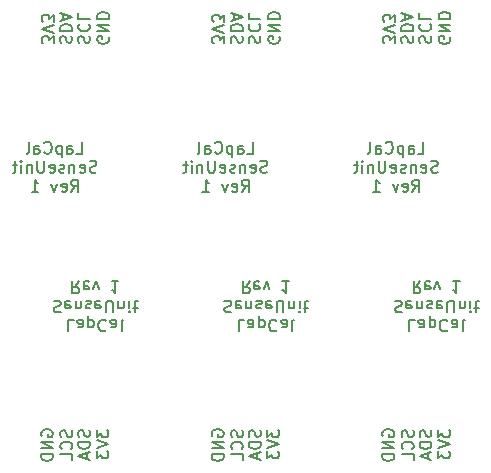
<source format=gbr>
%TF.GenerationSoftware,KiCad,Pcbnew,6.0.9-8da3e8f707~116~ubuntu20.04.1*%
%TF.CreationDate,2022-11-17T11:37:03+01:00*%
%TF.ProjectId,panel_sensor,70616e65-6c5f-4736-956e-736f722e6b69,rev?*%
%TF.SameCoordinates,Original*%
%TF.FileFunction,Legend,Bot*%
%TF.FilePolarity,Positive*%
%FSLAX46Y46*%
G04 Gerber Fmt 4.6, Leading zero omitted, Abs format (unit mm)*
G04 Created by KiCad (PCBNEW 6.0.9-8da3e8f707~116~ubuntu20.04.1) date 2022-11-17 11:37:03*
%MOMM*%
%LPD*%
G01*
G04 APERTURE LIST*
%ADD10C,0.150000*%
G04 APERTURE END LIST*
D10*
X28005238Y-19294285D02*
X27957619Y-19151428D01*
X27957619Y-18913333D01*
X28005238Y-18818095D01*
X28052857Y-18770476D01*
X28148095Y-18722857D01*
X28243333Y-18722857D01*
X28338571Y-18770476D01*
X28386190Y-18818095D01*
X28433809Y-18913333D01*
X28481428Y-19103809D01*
X28529047Y-19199047D01*
X28576666Y-19246666D01*
X28671904Y-19294285D01*
X28767142Y-19294285D01*
X28862380Y-19246666D01*
X28910000Y-19199047D01*
X28957619Y-19103809D01*
X28957619Y-18865714D01*
X28910000Y-18722857D01*
X27957619Y-18294285D02*
X28957619Y-18294285D01*
X28957619Y-18056190D01*
X28910000Y-17913333D01*
X28814761Y-17818095D01*
X28719523Y-17770476D01*
X28529047Y-17722857D01*
X28386190Y-17722857D01*
X28195714Y-17770476D01*
X28100476Y-17818095D01*
X28005238Y-17913333D01*
X27957619Y-18056190D01*
X27957619Y-18294285D01*
X28243333Y-17341904D02*
X28243333Y-16865714D01*
X27957619Y-17437142D02*
X28957619Y-17103809D01*
X27957619Y-16770476D01*
X42455238Y-19294285D02*
X42407619Y-19151428D01*
X42407619Y-18913333D01*
X42455238Y-18818095D01*
X42502857Y-18770476D01*
X42598095Y-18722857D01*
X42693333Y-18722857D01*
X42788571Y-18770476D01*
X42836190Y-18818095D01*
X42883809Y-18913333D01*
X42931428Y-19103809D01*
X42979047Y-19199047D01*
X43026666Y-19246666D01*
X43121904Y-19294285D01*
X43217142Y-19294285D01*
X43312380Y-19246666D01*
X43360000Y-19199047D01*
X43407619Y-19103809D01*
X43407619Y-18865714D01*
X43360000Y-18722857D01*
X42407619Y-18294285D02*
X43407619Y-18294285D01*
X43407619Y-18056190D01*
X43360000Y-17913333D01*
X43264761Y-17818095D01*
X43169523Y-17770476D01*
X42979047Y-17722857D01*
X42836190Y-17722857D01*
X42645714Y-17770476D01*
X42550476Y-17818095D01*
X42455238Y-17913333D01*
X42407619Y-18056190D01*
X42407619Y-18294285D01*
X42693333Y-17341904D02*
X42693333Y-16865714D01*
X42407619Y-17437142D02*
X43407619Y-17103809D01*
X42407619Y-16770476D01*
X56905238Y-19294285D02*
X56857619Y-19151428D01*
X56857619Y-18913333D01*
X56905238Y-18818095D01*
X56952857Y-18770476D01*
X57048095Y-18722857D01*
X57143333Y-18722857D01*
X57238571Y-18770476D01*
X57286190Y-18818095D01*
X57333809Y-18913333D01*
X57381428Y-19103809D01*
X57429047Y-19199047D01*
X57476666Y-19246666D01*
X57571904Y-19294285D01*
X57667142Y-19294285D01*
X57762380Y-19246666D01*
X57810000Y-19199047D01*
X57857619Y-19103809D01*
X57857619Y-18865714D01*
X57810000Y-18722857D01*
X56857619Y-18294285D02*
X57857619Y-18294285D01*
X57857619Y-18056190D01*
X57810000Y-17913333D01*
X57714761Y-17818095D01*
X57619523Y-17770476D01*
X57429047Y-17722857D01*
X57286190Y-17722857D01*
X57095714Y-17770476D01*
X57000476Y-17818095D01*
X56905238Y-17913333D01*
X56857619Y-18056190D01*
X56857619Y-18294285D01*
X57143333Y-17341904D02*
X57143333Y-16865714D01*
X56857619Y-17437142D02*
X57857619Y-17103809D01*
X56857619Y-16770476D01*
X30444761Y-52105714D02*
X30492380Y-52248571D01*
X30492380Y-52486666D01*
X30444761Y-52581904D01*
X30397142Y-52629523D01*
X30301904Y-52677142D01*
X30206666Y-52677142D01*
X30111428Y-52629523D01*
X30063809Y-52581904D01*
X30016190Y-52486666D01*
X29968571Y-52296190D01*
X29920952Y-52200952D01*
X29873333Y-52153333D01*
X29778095Y-52105714D01*
X29682857Y-52105714D01*
X29587619Y-52153333D01*
X29540000Y-52200952D01*
X29492380Y-52296190D01*
X29492380Y-52534285D01*
X29540000Y-52677142D01*
X30492380Y-53105714D02*
X29492380Y-53105714D01*
X29492380Y-53343809D01*
X29540000Y-53486666D01*
X29635238Y-53581904D01*
X29730476Y-53629523D01*
X29920952Y-53677142D01*
X30063809Y-53677142D01*
X30254285Y-53629523D01*
X30349523Y-53581904D01*
X30444761Y-53486666D01*
X30492380Y-53343809D01*
X30492380Y-53105714D01*
X30206666Y-54058095D02*
X30206666Y-54534285D01*
X30492380Y-53962857D02*
X29492380Y-54296190D01*
X30492380Y-54629523D01*
X44894761Y-52105714D02*
X44942380Y-52248571D01*
X44942380Y-52486666D01*
X44894761Y-52581904D01*
X44847142Y-52629523D01*
X44751904Y-52677142D01*
X44656666Y-52677142D01*
X44561428Y-52629523D01*
X44513809Y-52581904D01*
X44466190Y-52486666D01*
X44418571Y-52296190D01*
X44370952Y-52200952D01*
X44323333Y-52153333D01*
X44228095Y-52105714D01*
X44132857Y-52105714D01*
X44037619Y-52153333D01*
X43990000Y-52200952D01*
X43942380Y-52296190D01*
X43942380Y-52534285D01*
X43990000Y-52677142D01*
X44942380Y-53105714D02*
X43942380Y-53105714D01*
X43942380Y-53343809D01*
X43990000Y-53486666D01*
X44085238Y-53581904D01*
X44180476Y-53629523D01*
X44370952Y-53677142D01*
X44513809Y-53677142D01*
X44704285Y-53629523D01*
X44799523Y-53581904D01*
X44894761Y-53486666D01*
X44942380Y-53343809D01*
X44942380Y-53105714D01*
X44656666Y-54058095D02*
X44656666Y-54534285D01*
X44942380Y-53962857D02*
X43942380Y-54296190D01*
X44942380Y-54629523D01*
X59344761Y-52105714D02*
X59392380Y-52248571D01*
X59392380Y-52486666D01*
X59344761Y-52581904D01*
X59297142Y-52629523D01*
X59201904Y-52677142D01*
X59106666Y-52677142D01*
X59011428Y-52629523D01*
X58963809Y-52581904D01*
X58916190Y-52486666D01*
X58868571Y-52296190D01*
X58820952Y-52200952D01*
X58773333Y-52153333D01*
X58678095Y-52105714D01*
X58582857Y-52105714D01*
X58487619Y-52153333D01*
X58440000Y-52200952D01*
X58392380Y-52296190D01*
X58392380Y-52534285D01*
X58440000Y-52677142D01*
X59392380Y-53105714D02*
X58392380Y-53105714D01*
X58392380Y-53343809D01*
X58440000Y-53486666D01*
X58535238Y-53581904D01*
X58630476Y-53629523D01*
X58820952Y-53677142D01*
X58963809Y-53677142D01*
X59154285Y-53629523D01*
X59249523Y-53581904D01*
X59344761Y-53486666D01*
X59392380Y-53343809D01*
X59392380Y-53105714D01*
X59106666Y-54058095D02*
X59106666Y-54534285D01*
X59392380Y-53962857D02*
X58392380Y-54296190D01*
X59392380Y-54629523D01*
X29339523Y-28672380D02*
X29815714Y-28672380D01*
X29815714Y-27672380D01*
X28577619Y-28672380D02*
X28577619Y-28148571D01*
X28625238Y-28053333D01*
X28720476Y-28005714D01*
X28910952Y-28005714D01*
X29006190Y-28053333D01*
X28577619Y-28624761D02*
X28672857Y-28672380D01*
X28910952Y-28672380D01*
X29006190Y-28624761D01*
X29053809Y-28529523D01*
X29053809Y-28434285D01*
X29006190Y-28339047D01*
X28910952Y-28291428D01*
X28672857Y-28291428D01*
X28577619Y-28243809D01*
X28101428Y-28005714D02*
X28101428Y-29005714D01*
X28101428Y-28053333D02*
X28006190Y-28005714D01*
X27815714Y-28005714D01*
X27720476Y-28053333D01*
X27672857Y-28100952D01*
X27625238Y-28196190D01*
X27625238Y-28481904D01*
X27672857Y-28577142D01*
X27720476Y-28624761D01*
X27815714Y-28672380D01*
X28006190Y-28672380D01*
X28101428Y-28624761D01*
X26625238Y-28577142D02*
X26672857Y-28624761D01*
X26815714Y-28672380D01*
X26910952Y-28672380D01*
X27053809Y-28624761D01*
X27149047Y-28529523D01*
X27196666Y-28434285D01*
X27244285Y-28243809D01*
X27244285Y-28100952D01*
X27196666Y-27910476D01*
X27149047Y-27815238D01*
X27053809Y-27720000D01*
X26910952Y-27672380D01*
X26815714Y-27672380D01*
X26672857Y-27720000D01*
X26625238Y-27767619D01*
X25768095Y-28672380D02*
X25768095Y-28148571D01*
X25815714Y-28053333D01*
X25910952Y-28005714D01*
X26101428Y-28005714D01*
X26196666Y-28053333D01*
X25768095Y-28624761D02*
X25863333Y-28672380D01*
X26101428Y-28672380D01*
X26196666Y-28624761D01*
X26244285Y-28529523D01*
X26244285Y-28434285D01*
X26196666Y-28339047D01*
X26101428Y-28291428D01*
X25863333Y-28291428D01*
X25768095Y-28243809D01*
X25149047Y-28672380D02*
X25244285Y-28624761D01*
X25291904Y-28529523D01*
X25291904Y-27672380D01*
X31030000Y-30234761D02*
X30887142Y-30282380D01*
X30649047Y-30282380D01*
X30553809Y-30234761D01*
X30506190Y-30187142D01*
X30458571Y-30091904D01*
X30458571Y-29996666D01*
X30506190Y-29901428D01*
X30553809Y-29853809D01*
X30649047Y-29806190D01*
X30839523Y-29758571D01*
X30934761Y-29710952D01*
X30982380Y-29663333D01*
X31030000Y-29568095D01*
X31030000Y-29472857D01*
X30982380Y-29377619D01*
X30934761Y-29330000D01*
X30839523Y-29282380D01*
X30601428Y-29282380D01*
X30458571Y-29330000D01*
X29649047Y-30234761D02*
X29744285Y-30282380D01*
X29934761Y-30282380D01*
X30030000Y-30234761D01*
X30077619Y-30139523D01*
X30077619Y-29758571D01*
X30030000Y-29663333D01*
X29934761Y-29615714D01*
X29744285Y-29615714D01*
X29649047Y-29663333D01*
X29601428Y-29758571D01*
X29601428Y-29853809D01*
X30077619Y-29949047D01*
X29172857Y-29615714D02*
X29172857Y-30282380D01*
X29172857Y-29710952D02*
X29125238Y-29663333D01*
X29030000Y-29615714D01*
X28887142Y-29615714D01*
X28791904Y-29663333D01*
X28744285Y-29758571D01*
X28744285Y-30282380D01*
X28315714Y-30234761D02*
X28220476Y-30282380D01*
X28030000Y-30282380D01*
X27934761Y-30234761D01*
X27887142Y-30139523D01*
X27887142Y-30091904D01*
X27934761Y-29996666D01*
X28030000Y-29949047D01*
X28172857Y-29949047D01*
X28268095Y-29901428D01*
X28315714Y-29806190D01*
X28315714Y-29758571D01*
X28268095Y-29663333D01*
X28172857Y-29615714D01*
X28030000Y-29615714D01*
X27934761Y-29663333D01*
X27077619Y-30234761D02*
X27172857Y-30282380D01*
X27363333Y-30282380D01*
X27458571Y-30234761D01*
X27506190Y-30139523D01*
X27506190Y-29758571D01*
X27458571Y-29663333D01*
X27363333Y-29615714D01*
X27172857Y-29615714D01*
X27077619Y-29663333D01*
X27030000Y-29758571D01*
X27030000Y-29853809D01*
X27506190Y-29949047D01*
X26601428Y-29282380D02*
X26601428Y-30091904D01*
X26553809Y-30187142D01*
X26506190Y-30234761D01*
X26410952Y-30282380D01*
X26220476Y-30282380D01*
X26125238Y-30234761D01*
X26077619Y-30187142D01*
X26030000Y-30091904D01*
X26030000Y-29282380D01*
X25553809Y-29615714D02*
X25553809Y-30282380D01*
X25553809Y-29710952D02*
X25506190Y-29663333D01*
X25410952Y-29615714D01*
X25268095Y-29615714D01*
X25172857Y-29663333D01*
X25125238Y-29758571D01*
X25125238Y-30282380D01*
X24649047Y-30282380D02*
X24649047Y-29615714D01*
X24649047Y-29282380D02*
X24696666Y-29330000D01*
X24649047Y-29377619D01*
X24601428Y-29330000D01*
X24649047Y-29282380D01*
X24649047Y-29377619D01*
X24315714Y-29615714D02*
X23934761Y-29615714D01*
X24172857Y-29282380D02*
X24172857Y-30139523D01*
X24125238Y-30234761D01*
X24030000Y-30282380D01*
X23934761Y-30282380D01*
X28887142Y-31892380D02*
X29220476Y-31416190D01*
X29458571Y-31892380D02*
X29458571Y-30892380D01*
X29077619Y-30892380D01*
X28982380Y-30940000D01*
X28934761Y-30987619D01*
X28887142Y-31082857D01*
X28887142Y-31225714D01*
X28934761Y-31320952D01*
X28982380Y-31368571D01*
X29077619Y-31416190D01*
X29458571Y-31416190D01*
X28077619Y-31844761D02*
X28172857Y-31892380D01*
X28363333Y-31892380D01*
X28458571Y-31844761D01*
X28506190Y-31749523D01*
X28506190Y-31368571D01*
X28458571Y-31273333D01*
X28363333Y-31225714D01*
X28172857Y-31225714D01*
X28077619Y-31273333D01*
X28030000Y-31368571D01*
X28030000Y-31463809D01*
X28506190Y-31559047D01*
X27696666Y-31225714D02*
X27458571Y-31892380D01*
X27220476Y-31225714D01*
X25553809Y-31892380D02*
X26125238Y-31892380D01*
X25839523Y-31892380D02*
X25839523Y-30892380D01*
X25934761Y-31035238D01*
X26030000Y-31130476D01*
X26125238Y-31178095D01*
X43789523Y-28672380D02*
X44265714Y-28672380D01*
X44265714Y-27672380D01*
X43027619Y-28672380D02*
X43027619Y-28148571D01*
X43075238Y-28053333D01*
X43170476Y-28005714D01*
X43360952Y-28005714D01*
X43456190Y-28053333D01*
X43027619Y-28624761D02*
X43122857Y-28672380D01*
X43360952Y-28672380D01*
X43456190Y-28624761D01*
X43503809Y-28529523D01*
X43503809Y-28434285D01*
X43456190Y-28339047D01*
X43360952Y-28291428D01*
X43122857Y-28291428D01*
X43027619Y-28243809D01*
X42551428Y-28005714D02*
X42551428Y-29005714D01*
X42551428Y-28053333D02*
X42456190Y-28005714D01*
X42265714Y-28005714D01*
X42170476Y-28053333D01*
X42122857Y-28100952D01*
X42075238Y-28196190D01*
X42075238Y-28481904D01*
X42122857Y-28577142D01*
X42170476Y-28624761D01*
X42265714Y-28672380D01*
X42456190Y-28672380D01*
X42551428Y-28624761D01*
X41075238Y-28577142D02*
X41122857Y-28624761D01*
X41265714Y-28672380D01*
X41360952Y-28672380D01*
X41503809Y-28624761D01*
X41599047Y-28529523D01*
X41646666Y-28434285D01*
X41694285Y-28243809D01*
X41694285Y-28100952D01*
X41646666Y-27910476D01*
X41599047Y-27815238D01*
X41503809Y-27720000D01*
X41360952Y-27672380D01*
X41265714Y-27672380D01*
X41122857Y-27720000D01*
X41075238Y-27767619D01*
X40218095Y-28672380D02*
X40218095Y-28148571D01*
X40265714Y-28053333D01*
X40360952Y-28005714D01*
X40551428Y-28005714D01*
X40646666Y-28053333D01*
X40218095Y-28624761D02*
X40313333Y-28672380D01*
X40551428Y-28672380D01*
X40646666Y-28624761D01*
X40694285Y-28529523D01*
X40694285Y-28434285D01*
X40646666Y-28339047D01*
X40551428Y-28291428D01*
X40313333Y-28291428D01*
X40218095Y-28243809D01*
X39599047Y-28672380D02*
X39694285Y-28624761D01*
X39741904Y-28529523D01*
X39741904Y-27672380D01*
X45480000Y-30234761D02*
X45337142Y-30282380D01*
X45099047Y-30282380D01*
X45003809Y-30234761D01*
X44956190Y-30187142D01*
X44908571Y-30091904D01*
X44908571Y-29996666D01*
X44956190Y-29901428D01*
X45003809Y-29853809D01*
X45099047Y-29806190D01*
X45289523Y-29758571D01*
X45384761Y-29710952D01*
X45432380Y-29663333D01*
X45480000Y-29568095D01*
X45480000Y-29472857D01*
X45432380Y-29377619D01*
X45384761Y-29330000D01*
X45289523Y-29282380D01*
X45051428Y-29282380D01*
X44908571Y-29330000D01*
X44099047Y-30234761D02*
X44194285Y-30282380D01*
X44384761Y-30282380D01*
X44480000Y-30234761D01*
X44527619Y-30139523D01*
X44527619Y-29758571D01*
X44480000Y-29663333D01*
X44384761Y-29615714D01*
X44194285Y-29615714D01*
X44099047Y-29663333D01*
X44051428Y-29758571D01*
X44051428Y-29853809D01*
X44527619Y-29949047D01*
X43622857Y-29615714D02*
X43622857Y-30282380D01*
X43622857Y-29710952D02*
X43575238Y-29663333D01*
X43480000Y-29615714D01*
X43337142Y-29615714D01*
X43241904Y-29663333D01*
X43194285Y-29758571D01*
X43194285Y-30282380D01*
X42765714Y-30234761D02*
X42670476Y-30282380D01*
X42480000Y-30282380D01*
X42384761Y-30234761D01*
X42337142Y-30139523D01*
X42337142Y-30091904D01*
X42384761Y-29996666D01*
X42480000Y-29949047D01*
X42622857Y-29949047D01*
X42718095Y-29901428D01*
X42765714Y-29806190D01*
X42765714Y-29758571D01*
X42718095Y-29663333D01*
X42622857Y-29615714D01*
X42480000Y-29615714D01*
X42384761Y-29663333D01*
X41527619Y-30234761D02*
X41622857Y-30282380D01*
X41813333Y-30282380D01*
X41908571Y-30234761D01*
X41956190Y-30139523D01*
X41956190Y-29758571D01*
X41908571Y-29663333D01*
X41813333Y-29615714D01*
X41622857Y-29615714D01*
X41527619Y-29663333D01*
X41480000Y-29758571D01*
X41480000Y-29853809D01*
X41956190Y-29949047D01*
X41051428Y-29282380D02*
X41051428Y-30091904D01*
X41003809Y-30187142D01*
X40956190Y-30234761D01*
X40860952Y-30282380D01*
X40670476Y-30282380D01*
X40575238Y-30234761D01*
X40527619Y-30187142D01*
X40480000Y-30091904D01*
X40480000Y-29282380D01*
X40003809Y-29615714D02*
X40003809Y-30282380D01*
X40003809Y-29710952D02*
X39956190Y-29663333D01*
X39860952Y-29615714D01*
X39718095Y-29615714D01*
X39622857Y-29663333D01*
X39575238Y-29758571D01*
X39575238Y-30282380D01*
X39099047Y-30282380D02*
X39099047Y-29615714D01*
X39099047Y-29282380D02*
X39146666Y-29330000D01*
X39099047Y-29377619D01*
X39051428Y-29330000D01*
X39099047Y-29282380D01*
X39099047Y-29377619D01*
X38765714Y-29615714D02*
X38384761Y-29615714D01*
X38622857Y-29282380D02*
X38622857Y-30139523D01*
X38575238Y-30234761D01*
X38480000Y-30282380D01*
X38384761Y-30282380D01*
X43337142Y-31892380D02*
X43670476Y-31416190D01*
X43908571Y-31892380D02*
X43908571Y-30892380D01*
X43527619Y-30892380D01*
X43432380Y-30940000D01*
X43384761Y-30987619D01*
X43337142Y-31082857D01*
X43337142Y-31225714D01*
X43384761Y-31320952D01*
X43432380Y-31368571D01*
X43527619Y-31416190D01*
X43908571Y-31416190D01*
X42527619Y-31844761D02*
X42622857Y-31892380D01*
X42813333Y-31892380D01*
X42908571Y-31844761D01*
X42956190Y-31749523D01*
X42956190Y-31368571D01*
X42908571Y-31273333D01*
X42813333Y-31225714D01*
X42622857Y-31225714D01*
X42527619Y-31273333D01*
X42480000Y-31368571D01*
X42480000Y-31463809D01*
X42956190Y-31559047D01*
X42146666Y-31225714D02*
X41908571Y-31892380D01*
X41670476Y-31225714D01*
X40003809Y-31892380D02*
X40575238Y-31892380D01*
X40289523Y-31892380D02*
X40289523Y-30892380D01*
X40384761Y-31035238D01*
X40480000Y-31130476D01*
X40575238Y-31178095D01*
X58239523Y-28672380D02*
X58715714Y-28672380D01*
X58715714Y-27672380D01*
X57477619Y-28672380D02*
X57477619Y-28148571D01*
X57525238Y-28053333D01*
X57620476Y-28005714D01*
X57810952Y-28005714D01*
X57906190Y-28053333D01*
X57477619Y-28624761D02*
X57572857Y-28672380D01*
X57810952Y-28672380D01*
X57906190Y-28624761D01*
X57953809Y-28529523D01*
X57953809Y-28434285D01*
X57906190Y-28339047D01*
X57810952Y-28291428D01*
X57572857Y-28291428D01*
X57477619Y-28243809D01*
X57001428Y-28005714D02*
X57001428Y-29005714D01*
X57001428Y-28053333D02*
X56906190Y-28005714D01*
X56715714Y-28005714D01*
X56620476Y-28053333D01*
X56572857Y-28100952D01*
X56525238Y-28196190D01*
X56525238Y-28481904D01*
X56572857Y-28577142D01*
X56620476Y-28624761D01*
X56715714Y-28672380D01*
X56906190Y-28672380D01*
X57001428Y-28624761D01*
X55525238Y-28577142D02*
X55572857Y-28624761D01*
X55715714Y-28672380D01*
X55810952Y-28672380D01*
X55953809Y-28624761D01*
X56049047Y-28529523D01*
X56096666Y-28434285D01*
X56144285Y-28243809D01*
X56144285Y-28100952D01*
X56096666Y-27910476D01*
X56049047Y-27815238D01*
X55953809Y-27720000D01*
X55810952Y-27672380D01*
X55715714Y-27672380D01*
X55572857Y-27720000D01*
X55525238Y-27767619D01*
X54668095Y-28672380D02*
X54668095Y-28148571D01*
X54715714Y-28053333D01*
X54810952Y-28005714D01*
X55001428Y-28005714D01*
X55096666Y-28053333D01*
X54668095Y-28624761D02*
X54763333Y-28672380D01*
X55001428Y-28672380D01*
X55096666Y-28624761D01*
X55144285Y-28529523D01*
X55144285Y-28434285D01*
X55096666Y-28339047D01*
X55001428Y-28291428D01*
X54763333Y-28291428D01*
X54668095Y-28243809D01*
X54049047Y-28672380D02*
X54144285Y-28624761D01*
X54191904Y-28529523D01*
X54191904Y-27672380D01*
X59930000Y-30234761D02*
X59787142Y-30282380D01*
X59549047Y-30282380D01*
X59453809Y-30234761D01*
X59406190Y-30187142D01*
X59358571Y-30091904D01*
X59358571Y-29996666D01*
X59406190Y-29901428D01*
X59453809Y-29853809D01*
X59549047Y-29806190D01*
X59739523Y-29758571D01*
X59834761Y-29710952D01*
X59882380Y-29663333D01*
X59930000Y-29568095D01*
X59930000Y-29472857D01*
X59882380Y-29377619D01*
X59834761Y-29330000D01*
X59739523Y-29282380D01*
X59501428Y-29282380D01*
X59358571Y-29330000D01*
X58549047Y-30234761D02*
X58644285Y-30282380D01*
X58834761Y-30282380D01*
X58930000Y-30234761D01*
X58977619Y-30139523D01*
X58977619Y-29758571D01*
X58930000Y-29663333D01*
X58834761Y-29615714D01*
X58644285Y-29615714D01*
X58549047Y-29663333D01*
X58501428Y-29758571D01*
X58501428Y-29853809D01*
X58977619Y-29949047D01*
X58072857Y-29615714D02*
X58072857Y-30282380D01*
X58072857Y-29710952D02*
X58025238Y-29663333D01*
X57930000Y-29615714D01*
X57787142Y-29615714D01*
X57691904Y-29663333D01*
X57644285Y-29758571D01*
X57644285Y-30282380D01*
X57215714Y-30234761D02*
X57120476Y-30282380D01*
X56930000Y-30282380D01*
X56834761Y-30234761D01*
X56787142Y-30139523D01*
X56787142Y-30091904D01*
X56834761Y-29996666D01*
X56930000Y-29949047D01*
X57072857Y-29949047D01*
X57168095Y-29901428D01*
X57215714Y-29806190D01*
X57215714Y-29758571D01*
X57168095Y-29663333D01*
X57072857Y-29615714D01*
X56930000Y-29615714D01*
X56834761Y-29663333D01*
X55977619Y-30234761D02*
X56072857Y-30282380D01*
X56263333Y-30282380D01*
X56358571Y-30234761D01*
X56406190Y-30139523D01*
X56406190Y-29758571D01*
X56358571Y-29663333D01*
X56263333Y-29615714D01*
X56072857Y-29615714D01*
X55977619Y-29663333D01*
X55930000Y-29758571D01*
X55930000Y-29853809D01*
X56406190Y-29949047D01*
X55501428Y-29282380D02*
X55501428Y-30091904D01*
X55453809Y-30187142D01*
X55406190Y-30234761D01*
X55310952Y-30282380D01*
X55120476Y-30282380D01*
X55025238Y-30234761D01*
X54977619Y-30187142D01*
X54930000Y-30091904D01*
X54930000Y-29282380D01*
X54453809Y-29615714D02*
X54453809Y-30282380D01*
X54453809Y-29710952D02*
X54406190Y-29663333D01*
X54310952Y-29615714D01*
X54168095Y-29615714D01*
X54072857Y-29663333D01*
X54025238Y-29758571D01*
X54025238Y-30282380D01*
X53549047Y-30282380D02*
X53549047Y-29615714D01*
X53549047Y-29282380D02*
X53596666Y-29330000D01*
X53549047Y-29377619D01*
X53501428Y-29330000D01*
X53549047Y-29282380D01*
X53549047Y-29377619D01*
X53215714Y-29615714D02*
X52834761Y-29615714D01*
X53072857Y-29282380D02*
X53072857Y-30139523D01*
X53025238Y-30234761D01*
X52930000Y-30282380D01*
X52834761Y-30282380D01*
X57787142Y-31892380D02*
X58120476Y-31416190D01*
X58358571Y-31892380D02*
X58358571Y-30892380D01*
X57977619Y-30892380D01*
X57882380Y-30940000D01*
X57834761Y-30987619D01*
X57787142Y-31082857D01*
X57787142Y-31225714D01*
X57834761Y-31320952D01*
X57882380Y-31368571D01*
X57977619Y-31416190D01*
X58358571Y-31416190D01*
X56977619Y-31844761D02*
X57072857Y-31892380D01*
X57263333Y-31892380D01*
X57358571Y-31844761D01*
X57406190Y-31749523D01*
X57406190Y-31368571D01*
X57358571Y-31273333D01*
X57263333Y-31225714D01*
X57072857Y-31225714D01*
X56977619Y-31273333D01*
X56930000Y-31368571D01*
X56930000Y-31463809D01*
X57406190Y-31559047D01*
X56596666Y-31225714D02*
X56358571Y-31892380D01*
X56120476Y-31225714D01*
X54453809Y-31892380D02*
X55025238Y-31892380D01*
X54739523Y-31892380D02*
X54739523Y-30892380D01*
X54834761Y-31035238D01*
X54930000Y-31130476D01*
X55025238Y-31178095D01*
X29110476Y-42727619D02*
X28634285Y-42727619D01*
X28634285Y-43727619D01*
X29872380Y-42727619D02*
X29872380Y-43251428D01*
X29824761Y-43346666D01*
X29729523Y-43394285D01*
X29539047Y-43394285D01*
X29443809Y-43346666D01*
X29872380Y-42775238D02*
X29777142Y-42727619D01*
X29539047Y-42727619D01*
X29443809Y-42775238D01*
X29396190Y-42870476D01*
X29396190Y-42965714D01*
X29443809Y-43060952D01*
X29539047Y-43108571D01*
X29777142Y-43108571D01*
X29872380Y-43156190D01*
X30348571Y-43394285D02*
X30348571Y-42394285D01*
X30348571Y-43346666D02*
X30443809Y-43394285D01*
X30634285Y-43394285D01*
X30729523Y-43346666D01*
X30777142Y-43299047D01*
X30824761Y-43203809D01*
X30824761Y-42918095D01*
X30777142Y-42822857D01*
X30729523Y-42775238D01*
X30634285Y-42727619D01*
X30443809Y-42727619D01*
X30348571Y-42775238D01*
X31824761Y-42822857D02*
X31777142Y-42775238D01*
X31634285Y-42727619D01*
X31539047Y-42727619D01*
X31396190Y-42775238D01*
X31300952Y-42870476D01*
X31253333Y-42965714D01*
X31205714Y-43156190D01*
X31205714Y-43299047D01*
X31253333Y-43489523D01*
X31300952Y-43584761D01*
X31396190Y-43680000D01*
X31539047Y-43727619D01*
X31634285Y-43727619D01*
X31777142Y-43680000D01*
X31824761Y-43632380D01*
X32681904Y-42727619D02*
X32681904Y-43251428D01*
X32634285Y-43346666D01*
X32539047Y-43394285D01*
X32348571Y-43394285D01*
X32253333Y-43346666D01*
X32681904Y-42775238D02*
X32586666Y-42727619D01*
X32348571Y-42727619D01*
X32253333Y-42775238D01*
X32205714Y-42870476D01*
X32205714Y-42965714D01*
X32253333Y-43060952D01*
X32348571Y-43108571D01*
X32586666Y-43108571D01*
X32681904Y-43156190D01*
X33300952Y-42727619D02*
X33205714Y-42775238D01*
X33158095Y-42870476D01*
X33158095Y-43727619D01*
X27420000Y-41165238D02*
X27562857Y-41117619D01*
X27800952Y-41117619D01*
X27896190Y-41165238D01*
X27943809Y-41212857D01*
X27991428Y-41308095D01*
X27991428Y-41403333D01*
X27943809Y-41498571D01*
X27896190Y-41546190D01*
X27800952Y-41593809D01*
X27610476Y-41641428D01*
X27515238Y-41689047D01*
X27467619Y-41736666D01*
X27420000Y-41831904D01*
X27420000Y-41927142D01*
X27467619Y-42022380D01*
X27515238Y-42070000D01*
X27610476Y-42117619D01*
X27848571Y-42117619D01*
X27991428Y-42070000D01*
X28800952Y-41165238D02*
X28705714Y-41117619D01*
X28515238Y-41117619D01*
X28420000Y-41165238D01*
X28372380Y-41260476D01*
X28372380Y-41641428D01*
X28420000Y-41736666D01*
X28515238Y-41784285D01*
X28705714Y-41784285D01*
X28800952Y-41736666D01*
X28848571Y-41641428D01*
X28848571Y-41546190D01*
X28372380Y-41450952D01*
X29277142Y-41784285D02*
X29277142Y-41117619D01*
X29277142Y-41689047D02*
X29324761Y-41736666D01*
X29420000Y-41784285D01*
X29562857Y-41784285D01*
X29658095Y-41736666D01*
X29705714Y-41641428D01*
X29705714Y-41117619D01*
X30134285Y-41165238D02*
X30229523Y-41117619D01*
X30420000Y-41117619D01*
X30515238Y-41165238D01*
X30562857Y-41260476D01*
X30562857Y-41308095D01*
X30515238Y-41403333D01*
X30420000Y-41450952D01*
X30277142Y-41450952D01*
X30181904Y-41498571D01*
X30134285Y-41593809D01*
X30134285Y-41641428D01*
X30181904Y-41736666D01*
X30277142Y-41784285D01*
X30420000Y-41784285D01*
X30515238Y-41736666D01*
X31372380Y-41165238D02*
X31277142Y-41117619D01*
X31086666Y-41117619D01*
X30991428Y-41165238D01*
X30943809Y-41260476D01*
X30943809Y-41641428D01*
X30991428Y-41736666D01*
X31086666Y-41784285D01*
X31277142Y-41784285D01*
X31372380Y-41736666D01*
X31420000Y-41641428D01*
X31420000Y-41546190D01*
X30943809Y-41450952D01*
X31848571Y-42117619D02*
X31848571Y-41308095D01*
X31896190Y-41212857D01*
X31943809Y-41165238D01*
X32039047Y-41117619D01*
X32229523Y-41117619D01*
X32324761Y-41165238D01*
X32372380Y-41212857D01*
X32420000Y-41308095D01*
X32420000Y-42117619D01*
X32896190Y-41784285D02*
X32896190Y-41117619D01*
X32896190Y-41689047D02*
X32943809Y-41736666D01*
X33039047Y-41784285D01*
X33181904Y-41784285D01*
X33277142Y-41736666D01*
X33324761Y-41641428D01*
X33324761Y-41117619D01*
X33800952Y-41117619D02*
X33800952Y-41784285D01*
X33800952Y-42117619D02*
X33753333Y-42070000D01*
X33800952Y-42022380D01*
X33848571Y-42070000D01*
X33800952Y-42117619D01*
X33800952Y-42022380D01*
X34134285Y-41784285D02*
X34515238Y-41784285D01*
X34277142Y-42117619D02*
X34277142Y-41260476D01*
X34324761Y-41165238D01*
X34420000Y-41117619D01*
X34515238Y-41117619D01*
X29562857Y-39507619D02*
X29229523Y-39983809D01*
X28991428Y-39507619D02*
X28991428Y-40507619D01*
X29372380Y-40507619D01*
X29467619Y-40460000D01*
X29515238Y-40412380D01*
X29562857Y-40317142D01*
X29562857Y-40174285D01*
X29515238Y-40079047D01*
X29467619Y-40031428D01*
X29372380Y-39983809D01*
X28991428Y-39983809D01*
X30372380Y-39555238D02*
X30277142Y-39507619D01*
X30086666Y-39507619D01*
X29991428Y-39555238D01*
X29943809Y-39650476D01*
X29943809Y-40031428D01*
X29991428Y-40126666D01*
X30086666Y-40174285D01*
X30277142Y-40174285D01*
X30372380Y-40126666D01*
X30420000Y-40031428D01*
X30420000Y-39936190D01*
X29943809Y-39840952D01*
X30753333Y-40174285D02*
X30991428Y-39507619D01*
X31229523Y-40174285D01*
X32896190Y-39507619D02*
X32324761Y-39507619D01*
X32610476Y-39507619D02*
X32610476Y-40507619D01*
X32515238Y-40364761D01*
X32420000Y-40269523D01*
X32324761Y-40221904D01*
X43560476Y-42727619D02*
X43084285Y-42727619D01*
X43084285Y-43727619D01*
X44322380Y-42727619D02*
X44322380Y-43251428D01*
X44274761Y-43346666D01*
X44179523Y-43394285D01*
X43989047Y-43394285D01*
X43893809Y-43346666D01*
X44322380Y-42775238D02*
X44227142Y-42727619D01*
X43989047Y-42727619D01*
X43893809Y-42775238D01*
X43846190Y-42870476D01*
X43846190Y-42965714D01*
X43893809Y-43060952D01*
X43989047Y-43108571D01*
X44227142Y-43108571D01*
X44322380Y-43156190D01*
X44798571Y-43394285D02*
X44798571Y-42394285D01*
X44798571Y-43346666D02*
X44893809Y-43394285D01*
X45084285Y-43394285D01*
X45179523Y-43346666D01*
X45227142Y-43299047D01*
X45274761Y-43203809D01*
X45274761Y-42918095D01*
X45227142Y-42822857D01*
X45179523Y-42775238D01*
X45084285Y-42727619D01*
X44893809Y-42727619D01*
X44798571Y-42775238D01*
X46274761Y-42822857D02*
X46227142Y-42775238D01*
X46084285Y-42727619D01*
X45989047Y-42727619D01*
X45846190Y-42775238D01*
X45750952Y-42870476D01*
X45703333Y-42965714D01*
X45655714Y-43156190D01*
X45655714Y-43299047D01*
X45703333Y-43489523D01*
X45750952Y-43584761D01*
X45846190Y-43680000D01*
X45989047Y-43727619D01*
X46084285Y-43727619D01*
X46227142Y-43680000D01*
X46274761Y-43632380D01*
X47131904Y-42727619D02*
X47131904Y-43251428D01*
X47084285Y-43346666D01*
X46989047Y-43394285D01*
X46798571Y-43394285D01*
X46703333Y-43346666D01*
X47131904Y-42775238D02*
X47036666Y-42727619D01*
X46798571Y-42727619D01*
X46703333Y-42775238D01*
X46655714Y-42870476D01*
X46655714Y-42965714D01*
X46703333Y-43060952D01*
X46798571Y-43108571D01*
X47036666Y-43108571D01*
X47131904Y-43156190D01*
X47750952Y-42727619D02*
X47655714Y-42775238D01*
X47608095Y-42870476D01*
X47608095Y-43727619D01*
X41870000Y-41165238D02*
X42012857Y-41117619D01*
X42250952Y-41117619D01*
X42346190Y-41165238D01*
X42393809Y-41212857D01*
X42441428Y-41308095D01*
X42441428Y-41403333D01*
X42393809Y-41498571D01*
X42346190Y-41546190D01*
X42250952Y-41593809D01*
X42060476Y-41641428D01*
X41965238Y-41689047D01*
X41917619Y-41736666D01*
X41870000Y-41831904D01*
X41870000Y-41927142D01*
X41917619Y-42022380D01*
X41965238Y-42070000D01*
X42060476Y-42117619D01*
X42298571Y-42117619D01*
X42441428Y-42070000D01*
X43250952Y-41165238D02*
X43155714Y-41117619D01*
X42965238Y-41117619D01*
X42870000Y-41165238D01*
X42822380Y-41260476D01*
X42822380Y-41641428D01*
X42870000Y-41736666D01*
X42965238Y-41784285D01*
X43155714Y-41784285D01*
X43250952Y-41736666D01*
X43298571Y-41641428D01*
X43298571Y-41546190D01*
X42822380Y-41450952D01*
X43727142Y-41784285D02*
X43727142Y-41117619D01*
X43727142Y-41689047D02*
X43774761Y-41736666D01*
X43870000Y-41784285D01*
X44012857Y-41784285D01*
X44108095Y-41736666D01*
X44155714Y-41641428D01*
X44155714Y-41117619D01*
X44584285Y-41165238D02*
X44679523Y-41117619D01*
X44870000Y-41117619D01*
X44965238Y-41165238D01*
X45012857Y-41260476D01*
X45012857Y-41308095D01*
X44965238Y-41403333D01*
X44870000Y-41450952D01*
X44727142Y-41450952D01*
X44631904Y-41498571D01*
X44584285Y-41593809D01*
X44584285Y-41641428D01*
X44631904Y-41736666D01*
X44727142Y-41784285D01*
X44870000Y-41784285D01*
X44965238Y-41736666D01*
X45822380Y-41165238D02*
X45727142Y-41117619D01*
X45536666Y-41117619D01*
X45441428Y-41165238D01*
X45393809Y-41260476D01*
X45393809Y-41641428D01*
X45441428Y-41736666D01*
X45536666Y-41784285D01*
X45727142Y-41784285D01*
X45822380Y-41736666D01*
X45870000Y-41641428D01*
X45870000Y-41546190D01*
X45393809Y-41450952D01*
X46298571Y-42117619D02*
X46298571Y-41308095D01*
X46346190Y-41212857D01*
X46393809Y-41165238D01*
X46489047Y-41117619D01*
X46679523Y-41117619D01*
X46774761Y-41165238D01*
X46822380Y-41212857D01*
X46870000Y-41308095D01*
X46870000Y-42117619D01*
X47346190Y-41784285D02*
X47346190Y-41117619D01*
X47346190Y-41689047D02*
X47393809Y-41736666D01*
X47489047Y-41784285D01*
X47631904Y-41784285D01*
X47727142Y-41736666D01*
X47774761Y-41641428D01*
X47774761Y-41117619D01*
X48250952Y-41117619D02*
X48250952Y-41784285D01*
X48250952Y-42117619D02*
X48203333Y-42070000D01*
X48250952Y-42022380D01*
X48298571Y-42070000D01*
X48250952Y-42117619D01*
X48250952Y-42022380D01*
X48584285Y-41784285D02*
X48965238Y-41784285D01*
X48727142Y-42117619D02*
X48727142Y-41260476D01*
X48774761Y-41165238D01*
X48870000Y-41117619D01*
X48965238Y-41117619D01*
X44012857Y-39507619D02*
X43679523Y-39983809D01*
X43441428Y-39507619D02*
X43441428Y-40507619D01*
X43822380Y-40507619D01*
X43917619Y-40460000D01*
X43965238Y-40412380D01*
X44012857Y-40317142D01*
X44012857Y-40174285D01*
X43965238Y-40079047D01*
X43917619Y-40031428D01*
X43822380Y-39983809D01*
X43441428Y-39983809D01*
X44822380Y-39555238D02*
X44727142Y-39507619D01*
X44536666Y-39507619D01*
X44441428Y-39555238D01*
X44393809Y-39650476D01*
X44393809Y-40031428D01*
X44441428Y-40126666D01*
X44536666Y-40174285D01*
X44727142Y-40174285D01*
X44822380Y-40126666D01*
X44870000Y-40031428D01*
X44870000Y-39936190D01*
X44393809Y-39840952D01*
X45203333Y-40174285D02*
X45441428Y-39507619D01*
X45679523Y-40174285D01*
X47346190Y-39507619D02*
X46774761Y-39507619D01*
X47060476Y-39507619D02*
X47060476Y-40507619D01*
X46965238Y-40364761D01*
X46870000Y-40269523D01*
X46774761Y-40221904D01*
X58010476Y-42727619D02*
X57534285Y-42727619D01*
X57534285Y-43727619D01*
X58772380Y-42727619D02*
X58772380Y-43251428D01*
X58724761Y-43346666D01*
X58629523Y-43394285D01*
X58439047Y-43394285D01*
X58343809Y-43346666D01*
X58772380Y-42775238D02*
X58677142Y-42727619D01*
X58439047Y-42727619D01*
X58343809Y-42775238D01*
X58296190Y-42870476D01*
X58296190Y-42965714D01*
X58343809Y-43060952D01*
X58439047Y-43108571D01*
X58677142Y-43108571D01*
X58772380Y-43156190D01*
X59248571Y-43394285D02*
X59248571Y-42394285D01*
X59248571Y-43346666D02*
X59343809Y-43394285D01*
X59534285Y-43394285D01*
X59629523Y-43346666D01*
X59677142Y-43299047D01*
X59724761Y-43203809D01*
X59724761Y-42918095D01*
X59677142Y-42822857D01*
X59629523Y-42775238D01*
X59534285Y-42727619D01*
X59343809Y-42727619D01*
X59248571Y-42775238D01*
X60724761Y-42822857D02*
X60677142Y-42775238D01*
X60534285Y-42727619D01*
X60439047Y-42727619D01*
X60296190Y-42775238D01*
X60200952Y-42870476D01*
X60153333Y-42965714D01*
X60105714Y-43156190D01*
X60105714Y-43299047D01*
X60153333Y-43489523D01*
X60200952Y-43584761D01*
X60296190Y-43680000D01*
X60439047Y-43727619D01*
X60534285Y-43727619D01*
X60677142Y-43680000D01*
X60724761Y-43632380D01*
X61581904Y-42727619D02*
X61581904Y-43251428D01*
X61534285Y-43346666D01*
X61439047Y-43394285D01*
X61248571Y-43394285D01*
X61153333Y-43346666D01*
X61581904Y-42775238D02*
X61486666Y-42727619D01*
X61248571Y-42727619D01*
X61153333Y-42775238D01*
X61105714Y-42870476D01*
X61105714Y-42965714D01*
X61153333Y-43060952D01*
X61248571Y-43108571D01*
X61486666Y-43108571D01*
X61581904Y-43156190D01*
X62200952Y-42727619D02*
X62105714Y-42775238D01*
X62058095Y-42870476D01*
X62058095Y-43727619D01*
X56320000Y-41165238D02*
X56462857Y-41117619D01*
X56700952Y-41117619D01*
X56796190Y-41165238D01*
X56843809Y-41212857D01*
X56891428Y-41308095D01*
X56891428Y-41403333D01*
X56843809Y-41498571D01*
X56796190Y-41546190D01*
X56700952Y-41593809D01*
X56510476Y-41641428D01*
X56415238Y-41689047D01*
X56367619Y-41736666D01*
X56320000Y-41831904D01*
X56320000Y-41927142D01*
X56367619Y-42022380D01*
X56415238Y-42070000D01*
X56510476Y-42117619D01*
X56748571Y-42117619D01*
X56891428Y-42070000D01*
X57700952Y-41165238D02*
X57605714Y-41117619D01*
X57415238Y-41117619D01*
X57320000Y-41165238D01*
X57272380Y-41260476D01*
X57272380Y-41641428D01*
X57320000Y-41736666D01*
X57415238Y-41784285D01*
X57605714Y-41784285D01*
X57700952Y-41736666D01*
X57748571Y-41641428D01*
X57748571Y-41546190D01*
X57272380Y-41450952D01*
X58177142Y-41784285D02*
X58177142Y-41117619D01*
X58177142Y-41689047D02*
X58224761Y-41736666D01*
X58320000Y-41784285D01*
X58462857Y-41784285D01*
X58558095Y-41736666D01*
X58605714Y-41641428D01*
X58605714Y-41117619D01*
X59034285Y-41165238D02*
X59129523Y-41117619D01*
X59320000Y-41117619D01*
X59415238Y-41165238D01*
X59462857Y-41260476D01*
X59462857Y-41308095D01*
X59415238Y-41403333D01*
X59320000Y-41450952D01*
X59177142Y-41450952D01*
X59081904Y-41498571D01*
X59034285Y-41593809D01*
X59034285Y-41641428D01*
X59081904Y-41736666D01*
X59177142Y-41784285D01*
X59320000Y-41784285D01*
X59415238Y-41736666D01*
X60272380Y-41165238D02*
X60177142Y-41117619D01*
X59986666Y-41117619D01*
X59891428Y-41165238D01*
X59843809Y-41260476D01*
X59843809Y-41641428D01*
X59891428Y-41736666D01*
X59986666Y-41784285D01*
X60177142Y-41784285D01*
X60272380Y-41736666D01*
X60320000Y-41641428D01*
X60320000Y-41546190D01*
X59843809Y-41450952D01*
X60748571Y-42117619D02*
X60748571Y-41308095D01*
X60796190Y-41212857D01*
X60843809Y-41165238D01*
X60939047Y-41117619D01*
X61129523Y-41117619D01*
X61224761Y-41165238D01*
X61272380Y-41212857D01*
X61320000Y-41308095D01*
X61320000Y-42117619D01*
X61796190Y-41784285D02*
X61796190Y-41117619D01*
X61796190Y-41689047D02*
X61843809Y-41736666D01*
X61939047Y-41784285D01*
X62081904Y-41784285D01*
X62177142Y-41736666D01*
X62224761Y-41641428D01*
X62224761Y-41117619D01*
X62700952Y-41117619D02*
X62700952Y-41784285D01*
X62700952Y-42117619D02*
X62653333Y-42070000D01*
X62700952Y-42022380D01*
X62748571Y-42070000D01*
X62700952Y-42117619D01*
X62700952Y-42022380D01*
X63034285Y-41784285D02*
X63415238Y-41784285D01*
X63177142Y-42117619D02*
X63177142Y-41260476D01*
X63224761Y-41165238D01*
X63320000Y-41117619D01*
X63415238Y-41117619D01*
X58462857Y-39507619D02*
X58129523Y-39983809D01*
X57891428Y-39507619D02*
X57891428Y-40507619D01*
X58272380Y-40507619D01*
X58367619Y-40460000D01*
X58415238Y-40412380D01*
X58462857Y-40317142D01*
X58462857Y-40174285D01*
X58415238Y-40079047D01*
X58367619Y-40031428D01*
X58272380Y-39983809D01*
X57891428Y-39983809D01*
X59272380Y-39555238D02*
X59177142Y-39507619D01*
X58986666Y-39507619D01*
X58891428Y-39555238D01*
X58843809Y-39650476D01*
X58843809Y-40031428D01*
X58891428Y-40126666D01*
X58986666Y-40174285D01*
X59177142Y-40174285D01*
X59272380Y-40126666D01*
X59320000Y-40031428D01*
X59320000Y-39936190D01*
X58843809Y-39840952D01*
X59653333Y-40174285D02*
X59891428Y-39507619D01*
X60129523Y-40174285D01*
X61796190Y-39507619D02*
X61224761Y-39507619D01*
X61510476Y-39507619D02*
X61510476Y-40507619D01*
X61415238Y-40364761D01*
X61320000Y-40269523D01*
X61224761Y-40221904D01*
X29515238Y-19290476D02*
X29467619Y-19147619D01*
X29467619Y-18909523D01*
X29515238Y-18814285D01*
X29562857Y-18766666D01*
X29658095Y-18719047D01*
X29753333Y-18719047D01*
X29848571Y-18766666D01*
X29896190Y-18814285D01*
X29943809Y-18909523D01*
X29991428Y-19100000D01*
X30039047Y-19195238D01*
X30086666Y-19242857D01*
X30181904Y-19290476D01*
X30277142Y-19290476D01*
X30372380Y-19242857D01*
X30420000Y-19195238D01*
X30467619Y-19100000D01*
X30467619Y-18861904D01*
X30420000Y-18719047D01*
X29562857Y-17719047D02*
X29515238Y-17766666D01*
X29467619Y-17909523D01*
X29467619Y-18004761D01*
X29515238Y-18147619D01*
X29610476Y-18242857D01*
X29705714Y-18290476D01*
X29896190Y-18338095D01*
X30039047Y-18338095D01*
X30229523Y-18290476D01*
X30324761Y-18242857D01*
X30420000Y-18147619D01*
X30467619Y-18004761D01*
X30467619Y-17909523D01*
X30420000Y-17766666D01*
X30372380Y-17719047D01*
X29467619Y-16814285D02*
X29467619Y-17290476D01*
X30467619Y-17290476D01*
X43965238Y-19290476D02*
X43917619Y-19147619D01*
X43917619Y-18909523D01*
X43965238Y-18814285D01*
X44012857Y-18766666D01*
X44108095Y-18719047D01*
X44203333Y-18719047D01*
X44298571Y-18766666D01*
X44346190Y-18814285D01*
X44393809Y-18909523D01*
X44441428Y-19100000D01*
X44489047Y-19195238D01*
X44536666Y-19242857D01*
X44631904Y-19290476D01*
X44727142Y-19290476D01*
X44822380Y-19242857D01*
X44870000Y-19195238D01*
X44917619Y-19100000D01*
X44917619Y-18861904D01*
X44870000Y-18719047D01*
X44012857Y-17719047D02*
X43965238Y-17766666D01*
X43917619Y-17909523D01*
X43917619Y-18004761D01*
X43965238Y-18147619D01*
X44060476Y-18242857D01*
X44155714Y-18290476D01*
X44346190Y-18338095D01*
X44489047Y-18338095D01*
X44679523Y-18290476D01*
X44774761Y-18242857D01*
X44870000Y-18147619D01*
X44917619Y-18004761D01*
X44917619Y-17909523D01*
X44870000Y-17766666D01*
X44822380Y-17719047D01*
X43917619Y-16814285D02*
X43917619Y-17290476D01*
X44917619Y-17290476D01*
X58415238Y-19290476D02*
X58367619Y-19147619D01*
X58367619Y-18909523D01*
X58415238Y-18814285D01*
X58462857Y-18766666D01*
X58558095Y-18719047D01*
X58653333Y-18719047D01*
X58748571Y-18766666D01*
X58796190Y-18814285D01*
X58843809Y-18909523D01*
X58891428Y-19100000D01*
X58939047Y-19195238D01*
X58986666Y-19242857D01*
X59081904Y-19290476D01*
X59177142Y-19290476D01*
X59272380Y-19242857D01*
X59320000Y-19195238D01*
X59367619Y-19100000D01*
X59367619Y-18861904D01*
X59320000Y-18719047D01*
X58462857Y-17719047D02*
X58415238Y-17766666D01*
X58367619Y-17909523D01*
X58367619Y-18004761D01*
X58415238Y-18147619D01*
X58510476Y-18242857D01*
X58605714Y-18290476D01*
X58796190Y-18338095D01*
X58939047Y-18338095D01*
X59129523Y-18290476D01*
X59224761Y-18242857D01*
X59320000Y-18147619D01*
X59367619Y-18004761D01*
X59367619Y-17909523D01*
X59320000Y-17766666D01*
X59272380Y-17719047D01*
X58367619Y-16814285D02*
X58367619Y-17290476D01*
X59367619Y-17290476D01*
X28934761Y-52109523D02*
X28982380Y-52252380D01*
X28982380Y-52490476D01*
X28934761Y-52585714D01*
X28887142Y-52633333D01*
X28791904Y-52680952D01*
X28696666Y-52680952D01*
X28601428Y-52633333D01*
X28553809Y-52585714D01*
X28506190Y-52490476D01*
X28458571Y-52300000D01*
X28410952Y-52204761D01*
X28363333Y-52157142D01*
X28268095Y-52109523D01*
X28172857Y-52109523D01*
X28077619Y-52157142D01*
X28030000Y-52204761D01*
X27982380Y-52300000D01*
X27982380Y-52538095D01*
X28030000Y-52680952D01*
X28887142Y-53680952D02*
X28934761Y-53633333D01*
X28982380Y-53490476D01*
X28982380Y-53395238D01*
X28934761Y-53252380D01*
X28839523Y-53157142D01*
X28744285Y-53109523D01*
X28553809Y-53061904D01*
X28410952Y-53061904D01*
X28220476Y-53109523D01*
X28125238Y-53157142D01*
X28030000Y-53252380D01*
X27982380Y-53395238D01*
X27982380Y-53490476D01*
X28030000Y-53633333D01*
X28077619Y-53680952D01*
X28982380Y-54585714D02*
X28982380Y-54109523D01*
X27982380Y-54109523D01*
X43384761Y-52109523D02*
X43432380Y-52252380D01*
X43432380Y-52490476D01*
X43384761Y-52585714D01*
X43337142Y-52633333D01*
X43241904Y-52680952D01*
X43146666Y-52680952D01*
X43051428Y-52633333D01*
X43003809Y-52585714D01*
X42956190Y-52490476D01*
X42908571Y-52300000D01*
X42860952Y-52204761D01*
X42813333Y-52157142D01*
X42718095Y-52109523D01*
X42622857Y-52109523D01*
X42527619Y-52157142D01*
X42480000Y-52204761D01*
X42432380Y-52300000D01*
X42432380Y-52538095D01*
X42480000Y-52680952D01*
X43337142Y-53680952D02*
X43384761Y-53633333D01*
X43432380Y-53490476D01*
X43432380Y-53395238D01*
X43384761Y-53252380D01*
X43289523Y-53157142D01*
X43194285Y-53109523D01*
X43003809Y-53061904D01*
X42860952Y-53061904D01*
X42670476Y-53109523D01*
X42575238Y-53157142D01*
X42480000Y-53252380D01*
X42432380Y-53395238D01*
X42432380Y-53490476D01*
X42480000Y-53633333D01*
X42527619Y-53680952D01*
X43432380Y-54585714D02*
X43432380Y-54109523D01*
X42432380Y-54109523D01*
X57834761Y-52109523D02*
X57882380Y-52252380D01*
X57882380Y-52490476D01*
X57834761Y-52585714D01*
X57787142Y-52633333D01*
X57691904Y-52680952D01*
X57596666Y-52680952D01*
X57501428Y-52633333D01*
X57453809Y-52585714D01*
X57406190Y-52490476D01*
X57358571Y-52300000D01*
X57310952Y-52204761D01*
X57263333Y-52157142D01*
X57168095Y-52109523D01*
X57072857Y-52109523D01*
X56977619Y-52157142D01*
X56930000Y-52204761D01*
X56882380Y-52300000D01*
X56882380Y-52538095D01*
X56930000Y-52680952D01*
X57787142Y-53680952D02*
X57834761Y-53633333D01*
X57882380Y-53490476D01*
X57882380Y-53395238D01*
X57834761Y-53252380D01*
X57739523Y-53157142D01*
X57644285Y-53109523D01*
X57453809Y-53061904D01*
X57310952Y-53061904D01*
X57120476Y-53109523D01*
X57025238Y-53157142D01*
X56930000Y-53252380D01*
X56882380Y-53395238D01*
X56882380Y-53490476D01*
X56930000Y-53633333D01*
X56977619Y-53680952D01*
X57882380Y-54585714D02*
X57882380Y-54109523D01*
X56882380Y-54109523D01*
X27407619Y-19338095D02*
X27407619Y-18719047D01*
X27026666Y-19052380D01*
X27026666Y-18909523D01*
X26979047Y-18814285D01*
X26931428Y-18766666D01*
X26836190Y-18719047D01*
X26598095Y-18719047D01*
X26502857Y-18766666D01*
X26455238Y-18814285D01*
X26407619Y-18909523D01*
X26407619Y-19195238D01*
X26455238Y-19290476D01*
X26502857Y-19338095D01*
X27407619Y-18433333D02*
X26407619Y-18100000D01*
X27407619Y-17766666D01*
X27407619Y-17528571D02*
X27407619Y-16909523D01*
X27026666Y-17242857D01*
X27026666Y-17100000D01*
X26979047Y-17004761D01*
X26931428Y-16957142D01*
X26836190Y-16909523D01*
X26598095Y-16909523D01*
X26502857Y-16957142D01*
X26455238Y-17004761D01*
X26407619Y-17100000D01*
X26407619Y-17385714D01*
X26455238Y-17480952D01*
X26502857Y-17528571D01*
X41857619Y-19338095D02*
X41857619Y-18719047D01*
X41476666Y-19052380D01*
X41476666Y-18909523D01*
X41429047Y-18814285D01*
X41381428Y-18766666D01*
X41286190Y-18719047D01*
X41048095Y-18719047D01*
X40952857Y-18766666D01*
X40905238Y-18814285D01*
X40857619Y-18909523D01*
X40857619Y-19195238D01*
X40905238Y-19290476D01*
X40952857Y-19338095D01*
X41857619Y-18433333D02*
X40857619Y-18100000D01*
X41857619Y-17766666D01*
X41857619Y-17528571D02*
X41857619Y-16909523D01*
X41476666Y-17242857D01*
X41476666Y-17100000D01*
X41429047Y-17004761D01*
X41381428Y-16957142D01*
X41286190Y-16909523D01*
X41048095Y-16909523D01*
X40952857Y-16957142D01*
X40905238Y-17004761D01*
X40857619Y-17100000D01*
X40857619Y-17385714D01*
X40905238Y-17480952D01*
X40952857Y-17528571D01*
X56307619Y-19338095D02*
X56307619Y-18719047D01*
X55926666Y-19052380D01*
X55926666Y-18909523D01*
X55879047Y-18814285D01*
X55831428Y-18766666D01*
X55736190Y-18719047D01*
X55498095Y-18719047D01*
X55402857Y-18766666D01*
X55355238Y-18814285D01*
X55307619Y-18909523D01*
X55307619Y-19195238D01*
X55355238Y-19290476D01*
X55402857Y-19338095D01*
X56307619Y-18433333D02*
X55307619Y-18100000D01*
X56307619Y-17766666D01*
X56307619Y-17528571D02*
X56307619Y-16909523D01*
X55926666Y-17242857D01*
X55926666Y-17100000D01*
X55879047Y-17004761D01*
X55831428Y-16957142D01*
X55736190Y-16909523D01*
X55498095Y-16909523D01*
X55402857Y-16957142D01*
X55355238Y-17004761D01*
X55307619Y-17100000D01*
X55307619Y-17385714D01*
X55355238Y-17480952D01*
X55402857Y-17528571D01*
X31042380Y-52061904D02*
X31042380Y-52680952D01*
X31423333Y-52347619D01*
X31423333Y-52490476D01*
X31470952Y-52585714D01*
X31518571Y-52633333D01*
X31613809Y-52680952D01*
X31851904Y-52680952D01*
X31947142Y-52633333D01*
X31994761Y-52585714D01*
X32042380Y-52490476D01*
X32042380Y-52204761D01*
X31994761Y-52109523D01*
X31947142Y-52061904D01*
X31042380Y-52966666D02*
X32042380Y-53300000D01*
X31042380Y-53633333D01*
X31042380Y-53871428D02*
X31042380Y-54490476D01*
X31423333Y-54157142D01*
X31423333Y-54300000D01*
X31470952Y-54395238D01*
X31518571Y-54442857D01*
X31613809Y-54490476D01*
X31851904Y-54490476D01*
X31947142Y-54442857D01*
X31994761Y-54395238D01*
X32042380Y-54300000D01*
X32042380Y-54014285D01*
X31994761Y-53919047D01*
X31947142Y-53871428D01*
X45492380Y-52061904D02*
X45492380Y-52680952D01*
X45873333Y-52347619D01*
X45873333Y-52490476D01*
X45920952Y-52585714D01*
X45968571Y-52633333D01*
X46063809Y-52680952D01*
X46301904Y-52680952D01*
X46397142Y-52633333D01*
X46444761Y-52585714D01*
X46492380Y-52490476D01*
X46492380Y-52204761D01*
X46444761Y-52109523D01*
X46397142Y-52061904D01*
X45492380Y-52966666D02*
X46492380Y-53300000D01*
X45492380Y-53633333D01*
X45492380Y-53871428D02*
X45492380Y-54490476D01*
X45873333Y-54157142D01*
X45873333Y-54300000D01*
X45920952Y-54395238D01*
X45968571Y-54442857D01*
X46063809Y-54490476D01*
X46301904Y-54490476D01*
X46397142Y-54442857D01*
X46444761Y-54395238D01*
X46492380Y-54300000D01*
X46492380Y-54014285D01*
X46444761Y-53919047D01*
X46397142Y-53871428D01*
X59942380Y-52061904D02*
X59942380Y-52680952D01*
X60323333Y-52347619D01*
X60323333Y-52490476D01*
X60370952Y-52585714D01*
X60418571Y-52633333D01*
X60513809Y-52680952D01*
X60751904Y-52680952D01*
X60847142Y-52633333D01*
X60894761Y-52585714D01*
X60942380Y-52490476D01*
X60942380Y-52204761D01*
X60894761Y-52109523D01*
X60847142Y-52061904D01*
X59942380Y-52966666D02*
X60942380Y-53300000D01*
X59942380Y-53633333D01*
X59942380Y-53871428D02*
X59942380Y-54490476D01*
X60323333Y-54157142D01*
X60323333Y-54300000D01*
X60370952Y-54395238D01*
X60418571Y-54442857D01*
X60513809Y-54490476D01*
X60751904Y-54490476D01*
X60847142Y-54442857D01*
X60894761Y-54395238D01*
X60942380Y-54300000D01*
X60942380Y-54014285D01*
X60894761Y-53919047D01*
X60847142Y-53871428D01*
X32060000Y-18801904D02*
X32107619Y-18897142D01*
X32107619Y-19040000D01*
X32060000Y-19182857D01*
X31964761Y-19278095D01*
X31869523Y-19325714D01*
X31679047Y-19373333D01*
X31536190Y-19373333D01*
X31345714Y-19325714D01*
X31250476Y-19278095D01*
X31155238Y-19182857D01*
X31107619Y-19040000D01*
X31107619Y-18944761D01*
X31155238Y-18801904D01*
X31202857Y-18754285D01*
X31536190Y-18754285D01*
X31536190Y-18944761D01*
X31107619Y-18325714D02*
X32107619Y-18325714D01*
X31107619Y-17754285D01*
X32107619Y-17754285D01*
X31107619Y-17278095D02*
X32107619Y-17278095D01*
X32107619Y-17040000D01*
X32060000Y-16897142D01*
X31964761Y-16801904D01*
X31869523Y-16754285D01*
X31679047Y-16706666D01*
X31536190Y-16706666D01*
X31345714Y-16754285D01*
X31250476Y-16801904D01*
X31155238Y-16897142D01*
X31107619Y-17040000D01*
X31107619Y-17278095D01*
X46510000Y-18801904D02*
X46557619Y-18897142D01*
X46557619Y-19040000D01*
X46510000Y-19182857D01*
X46414761Y-19278095D01*
X46319523Y-19325714D01*
X46129047Y-19373333D01*
X45986190Y-19373333D01*
X45795714Y-19325714D01*
X45700476Y-19278095D01*
X45605238Y-19182857D01*
X45557619Y-19040000D01*
X45557619Y-18944761D01*
X45605238Y-18801904D01*
X45652857Y-18754285D01*
X45986190Y-18754285D01*
X45986190Y-18944761D01*
X45557619Y-18325714D02*
X46557619Y-18325714D01*
X45557619Y-17754285D01*
X46557619Y-17754285D01*
X45557619Y-17278095D02*
X46557619Y-17278095D01*
X46557619Y-17040000D01*
X46510000Y-16897142D01*
X46414761Y-16801904D01*
X46319523Y-16754285D01*
X46129047Y-16706666D01*
X45986190Y-16706666D01*
X45795714Y-16754285D01*
X45700476Y-16801904D01*
X45605238Y-16897142D01*
X45557619Y-17040000D01*
X45557619Y-17278095D01*
X60960000Y-18801904D02*
X61007619Y-18897142D01*
X61007619Y-19040000D01*
X60960000Y-19182857D01*
X60864761Y-19278095D01*
X60769523Y-19325714D01*
X60579047Y-19373333D01*
X60436190Y-19373333D01*
X60245714Y-19325714D01*
X60150476Y-19278095D01*
X60055238Y-19182857D01*
X60007619Y-19040000D01*
X60007619Y-18944761D01*
X60055238Y-18801904D01*
X60102857Y-18754285D01*
X60436190Y-18754285D01*
X60436190Y-18944761D01*
X60007619Y-18325714D02*
X61007619Y-18325714D01*
X60007619Y-17754285D01*
X61007619Y-17754285D01*
X60007619Y-17278095D02*
X61007619Y-17278095D01*
X61007619Y-17040000D01*
X60960000Y-16897142D01*
X60864761Y-16801904D01*
X60769523Y-16754285D01*
X60579047Y-16706666D01*
X60436190Y-16706666D01*
X60245714Y-16754285D01*
X60150476Y-16801904D01*
X60055238Y-16897142D01*
X60007619Y-17040000D01*
X60007619Y-17278095D01*
X26390000Y-52598095D02*
X26342380Y-52502857D01*
X26342380Y-52360000D01*
X26390000Y-52217142D01*
X26485238Y-52121904D01*
X26580476Y-52074285D01*
X26770952Y-52026666D01*
X26913809Y-52026666D01*
X27104285Y-52074285D01*
X27199523Y-52121904D01*
X27294761Y-52217142D01*
X27342380Y-52360000D01*
X27342380Y-52455238D01*
X27294761Y-52598095D01*
X27247142Y-52645714D01*
X26913809Y-52645714D01*
X26913809Y-52455238D01*
X27342380Y-53074285D02*
X26342380Y-53074285D01*
X27342380Y-53645714D01*
X26342380Y-53645714D01*
X27342380Y-54121904D02*
X26342380Y-54121904D01*
X26342380Y-54360000D01*
X26390000Y-54502857D01*
X26485238Y-54598095D01*
X26580476Y-54645714D01*
X26770952Y-54693333D01*
X26913809Y-54693333D01*
X27104285Y-54645714D01*
X27199523Y-54598095D01*
X27294761Y-54502857D01*
X27342380Y-54360000D01*
X27342380Y-54121904D01*
X40840000Y-52598095D02*
X40792380Y-52502857D01*
X40792380Y-52360000D01*
X40840000Y-52217142D01*
X40935238Y-52121904D01*
X41030476Y-52074285D01*
X41220952Y-52026666D01*
X41363809Y-52026666D01*
X41554285Y-52074285D01*
X41649523Y-52121904D01*
X41744761Y-52217142D01*
X41792380Y-52360000D01*
X41792380Y-52455238D01*
X41744761Y-52598095D01*
X41697142Y-52645714D01*
X41363809Y-52645714D01*
X41363809Y-52455238D01*
X41792380Y-53074285D02*
X40792380Y-53074285D01*
X41792380Y-53645714D01*
X40792380Y-53645714D01*
X41792380Y-54121904D02*
X40792380Y-54121904D01*
X40792380Y-54360000D01*
X40840000Y-54502857D01*
X40935238Y-54598095D01*
X41030476Y-54645714D01*
X41220952Y-54693333D01*
X41363809Y-54693333D01*
X41554285Y-54645714D01*
X41649523Y-54598095D01*
X41744761Y-54502857D01*
X41792380Y-54360000D01*
X41792380Y-54121904D01*
X55290000Y-52598095D02*
X55242380Y-52502857D01*
X55242380Y-52360000D01*
X55290000Y-52217142D01*
X55385238Y-52121904D01*
X55480476Y-52074285D01*
X55670952Y-52026666D01*
X55813809Y-52026666D01*
X56004285Y-52074285D01*
X56099523Y-52121904D01*
X56194761Y-52217142D01*
X56242380Y-52360000D01*
X56242380Y-52455238D01*
X56194761Y-52598095D01*
X56147142Y-52645714D01*
X55813809Y-52645714D01*
X55813809Y-52455238D01*
X56242380Y-53074285D02*
X55242380Y-53074285D01*
X56242380Y-53645714D01*
X55242380Y-53645714D01*
X56242380Y-54121904D02*
X55242380Y-54121904D01*
X55242380Y-54360000D01*
X55290000Y-54502857D01*
X55385238Y-54598095D01*
X55480476Y-54645714D01*
X55670952Y-54693333D01*
X55813809Y-54693333D01*
X56004285Y-54645714D01*
X56099523Y-54598095D01*
X56194761Y-54502857D01*
X56242380Y-54360000D01*
X56242380Y-54121904D01*
M02*

</source>
